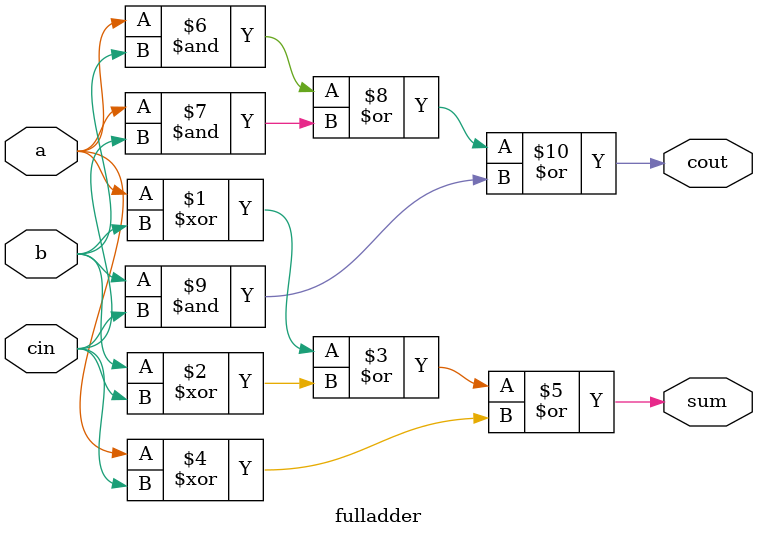
<source format=v>
`timescale 1ns / 1ps
module fulladder(
    input cin,
    input a,
    input b,
    output sum,
    output cout
    );
	 assign sum= (a^b) | (b^cin) | (a^cin);
	 assign cout = (a&b) | (a&cin)|( b&cin);


endmodule

</source>
